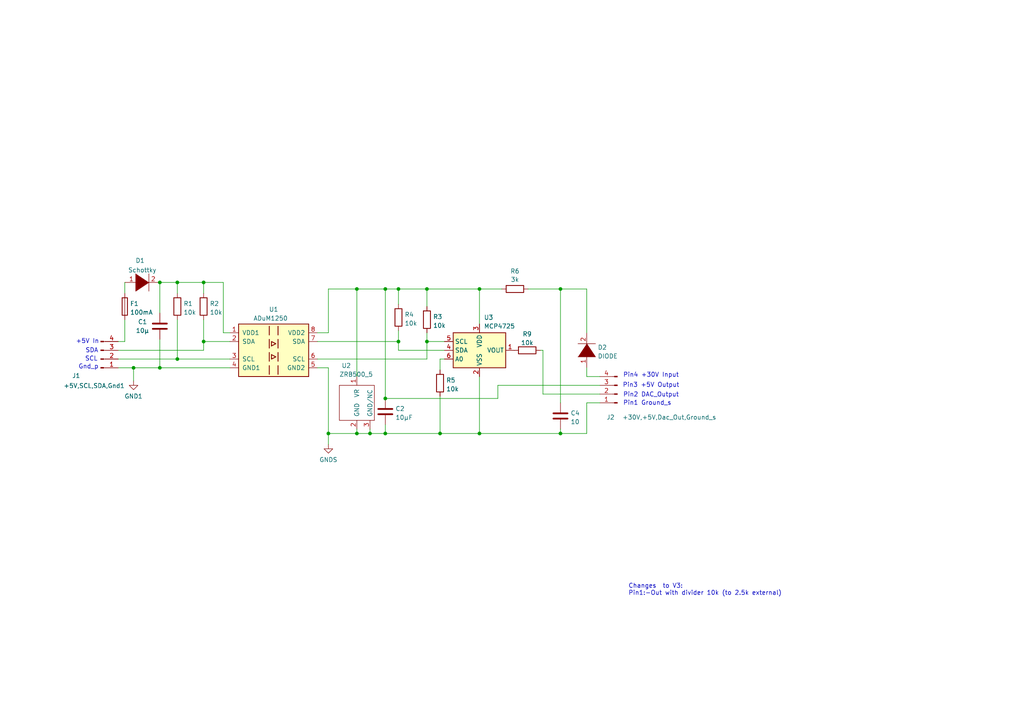
<source format=kicad_sch>
(kicad_sch (version 20230121) (generator eeschema)

  (uuid 6c2d679b-4a9f-4cce-a301-7f8a606e5441)

  (paper "A4")

  (lib_symbols
    (symbol "Analog_DAC:MCP4725xxx-xCH" (in_bom yes) (on_board yes)
      (property "Reference" "U" (at -6.35 6.35 0)
        (effects (font (size 1.27 1.27)))
      )
      (property "Value" "MCP4725xxx-xCH" (at 8.89 6.35 0)
        (effects (font (size 1.27 1.27)))
      )
      (property "Footprint" "Package_TO_SOT_SMD:SOT-23-6" (at 0 -6.35 0)
        (effects (font (size 1.27 1.27)) hide)
      )
      (property "Datasheet" "http://ww1.microchip.com/downloads/en/DeviceDoc/22039d.pdf" (at 0 0 0)
        (effects (font (size 1.27 1.27)) hide)
      )
      (property "ki_keywords" "dac twi" (at 0 0 0)
        (effects (font (size 1.27 1.27)) hide)
      )
      (property "ki_description" "12-bit Digital-to-Analog Converter, integrated EEPROM, I2C interface, SOT-23-6" (at 0 0 0)
        (effects (font (size 1.27 1.27)) hide)
      )
      (property "ki_fp_filters" "SOT?23*" (at 0 0 0)
        (effects (font (size 1.27 1.27)) hide)
      )
      (symbol "MCP4725xxx-xCH_0_1"
        (rectangle (start -7.62 5.08) (end 7.62 -5.08)
          (stroke (width 0.254) (type default))
          (fill (type background))
        )
      )
      (symbol "MCP4725xxx-xCH_1_1"
        (pin output line (at 10.16 0 180) (length 2.54)
          (name "VOUT" (effects (font (size 1.27 1.27))))
          (number "1" (effects (font (size 1.27 1.27))))
        )
        (pin power_in line (at 0 -7.62 90) (length 2.54)
          (name "VSS" (effects (font (size 1.27 1.27))))
          (number "2" (effects (font (size 1.27 1.27))))
        )
        (pin power_in line (at 0 7.62 270) (length 2.54)
          (name "VDD" (effects (font (size 1.27 1.27))))
          (number "3" (effects (font (size 1.27 1.27))))
        )
        (pin bidirectional line (at -10.16 0 0) (length 2.54)
          (name "SDA" (effects (font (size 1.27 1.27))))
          (number "4" (effects (font (size 1.27 1.27))))
        )
        (pin input line (at -10.16 2.54 0) (length 2.54)
          (name "SCL" (effects (font (size 1.27 1.27))))
          (number "5" (effects (font (size 1.27 1.27))))
        )
        (pin input line (at -10.16 -2.54 0) (length 2.54)
          (name "A0" (effects (font (size 1.27 1.27))))
          (number "6" (effects (font (size 1.27 1.27))))
        )
      )
    )
    (symbol "Connector:Conn_01x04_Male" (pin_names (offset 1.016) hide) (in_bom yes) (on_board yes)
      (property "Reference" "J" (at 0 5.08 0)
        (effects (font (size 1.27 1.27)))
      )
      (property "Value" "Conn_01x04_Male" (at 0 -7.62 0)
        (effects (font (size 1.27 1.27)))
      )
      (property "Footprint" "" (at 0 0 0)
        (effects (font (size 1.27 1.27)) hide)
      )
      (property "Datasheet" "~" (at 0 0 0)
        (effects (font (size 1.27 1.27)) hide)
      )
      (property "ki_keywords" "connector" (at 0 0 0)
        (effects (font (size 1.27 1.27)) hide)
      )
      (property "ki_description" "Generic connector, single row, 01x04, script generated (kicad-library-utils/schlib/autogen/connector/)" (at 0 0 0)
        (effects (font (size 1.27 1.27)) hide)
      )
      (property "ki_fp_filters" "Connector*:*_1x??_*" (at 0 0 0)
        (effects (font (size 1.27 1.27)) hide)
      )
      (symbol "Conn_01x04_Male_1_1"
        (polyline
          (pts
            (xy 1.27 -5.08)
            (xy 0.8636 -5.08)
          )
          (stroke (width 0.1524) (type default))
          (fill (type none))
        )
        (polyline
          (pts
            (xy 1.27 -2.54)
            (xy 0.8636 -2.54)
          )
          (stroke (width 0.1524) (type default))
          (fill (type none))
        )
        (polyline
          (pts
            (xy 1.27 0)
            (xy 0.8636 0)
          )
          (stroke (width 0.1524) (type default))
          (fill (type none))
        )
        (polyline
          (pts
            (xy 1.27 2.54)
            (xy 0.8636 2.54)
          )
          (stroke (width 0.1524) (type default))
          (fill (type none))
        )
        (rectangle (start 0.8636 -4.953) (end 0 -5.207)
          (stroke (width 0.1524) (type default))
          (fill (type outline))
        )
        (rectangle (start 0.8636 -2.413) (end 0 -2.667)
          (stroke (width 0.1524) (type default))
          (fill (type outline))
        )
        (rectangle (start 0.8636 0.127) (end 0 -0.127)
          (stroke (width 0.1524) (type default))
          (fill (type outline))
        )
        (rectangle (start 0.8636 2.667) (end 0 2.413)
          (stroke (width 0.1524) (type default))
          (fill (type outline))
        )
        (pin passive line (at 5.08 2.54 180) (length 3.81)
          (name "Pin_1" (effects (font (size 1.27 1.27))))
          (number "1" (effects (font (size 1.27 1.27))))
        )
        (pin passive line (at 5.08 0 180) (length 3.81)
          (name "Pin_2" (effects (font (size 1.27 1.27))))
          (number "2" (effects (font (size 1.27 1.27))))
        )
        (pin passive line (at 5.08 -2.54 180) (length 3.81)
          (name "Pin_3" (effects (font (size 1.27 1.27))))
          (number "3" (effects (font (size 1.27 1.27))))
        )
        (pin passive line (at 5.08 -5.08 180) (length 3.81)
          (name "Pin_4" (effects (font (size 1.27 1.27))))
          (number "4" (effects (font (size 1.27 1.27))))
        )
      )
    )
    (symbol "Device:C" (pin_numbers hide) (pin_names (offset 0.254)) (in_bom yes) (on_board yes)
      (property "Reference" "C" (at 0.635 2.54 0)
        (effects (font (size 1.27 1.27)) (justify left))
      )
      (property "Value" "C" (at 0.635 -2.54 0)
        (effects (font (size 1.27 1.27)) (justify left))
      )
      (property "Footprint" "" (at 0.9652 -3.81 0)
        (effects (font (size 1.27 1.27)) hide)
      )
      (property "Datasheet" "~" (at 0 0 0)
        (effects (font (size 1.27 1.27)) hide)
      )
      (property "ki_keywords" "cap capacitor" (at 0 0 0)
        (effects (font (size 1.27 1.27)) hide)
      )
      (property "ki_description" "Unpolarized capacitor" (at 0 0 0)
        (effects (font (size 1.27 1.27)) hide)
      )
      (property "ki_fp_filters" "C_*" (at 0 0 0)
        (effects (font (size 1.27 1.27)) hide)
      )
      (symbol "C_0_1"
        (polyline
          (pts
            (xy -2.032 -0.762)
            (xy 2.032 -0.762)
          )
          (stroke (width 0.508) (type default))
          (fill (type none))
        )
        (polyline
          (pts
            (xy -2.032 0.762)
            (xy 2.032 0.762)
          )
          (stroke (width 0.508) (type default))
          (fill (type none))
        )
      )
      (symbol "C_1_1"
        (pin passive line (at 0 3.81 270) (length 2.794)
          (name "~" (effects (font (size 1.27 1.27))))
          (number "1" (effects (font (size 1.27 1.27))))
        )
        (pin passive line (at 0 -3.81 90) (length 2.794)
          (name "~" (effects (font (size 1.27 1.27))))
          (number "2" (effects (font (size 1.27 1.27))))
        )
      )
    )
    (symbol "Device:Fuse" (pin_numbers hide) (pin_names (offset 0)) (in_bom yes) (on_board yes)
      (property "Reference" "F" (at 2.032 0 90)
        (effects (font (size 1.27 1.27)))
      )
      (property "Value" "Fuse" (at -1.905 0 90)
        (effects (font (size 1.27 1.27)))
      )
      (property "Footprint" "" (at -1.778 0 90)
        (effects (font (size 1.27 1.27)) hide)
      )
      (property "Datasheet" "~" (at 0 0 0)
        (effects (font (size 1.27 1.27)) hide)
      )
      (property "ki_keywords" "fuse" (at 0 0 0)
        (effects (font (size 1.27 1.27)) hide)
      )
      (property "ki_description" "Fuse" (at 0 0 0)
        (effects (font (size 1.27 1.27)) hide)
      )
      (property "ki_fp_filters" "*Fuse*" (at 0 0 0)
        (effects (font (size 1.27 1.27)) hide)
      )
      (symbol "Fuse_0_1"
        (rectangle (start -0.762 -2.54) (end 0.762 2.54)
          (stroke (width 0.254) (type default))
          (fill (type none))
        )
        (polyline
          (pts
            (xy 0 2.54)
            (xy 0 -2.54)
          )
          (stroke (width 0) (type default))
          (fill (type none))
        )
      )
      (symbol "Fuse_1_1"
        (pin passive line (at 0 3.81 270) (length 1.27)
          (name "~" (effects (font (size 1.27 1.27))))
          (number "1" (effects (font (size 1.27 1.27))))
        )
        (pin passive line (at 0 -3.81 90) (length 1.27)
          (name "~" (effects (font (size 1.27 1.27))))
          (number "2" (effects (font (size 1.27 1.27))))
        )
      )
    )
    (symbol "Device:R" (pin_numbers hide) (pin_names (offset 0)) (in_bom yes) (on_board yes)
      (property "Reference" "R" (at 2.032 0 90)
        (effects (font (size 1.27 1.27)))
      )
      (property "Value" "R" (at 0 0 90)
        (effects (font (size 1.27 1.27)))
      )
      (property "Footprint" "" (at -1.778 0 90)
        (effects (font (size 1.27 1.27)) hide)
      )
      (property "Datasheet" "~" (at 0 0 0)
        (effects (font (size 1.27 1.27)) hide)
      )
      (property "ki_keywords" "R res resistor" (at 0 0 0)
        (effects (font (size 1.27 1.27)) hide)
      )
      (property "ki_description" "Resistor" (at 0 0 0)
        (effects (font (size 1.27 1.27)) hide)
      )
      (property "ki_fp_filters" "R_*" (at 0 0 0)
        (effects (font (size 1.27 1.27)) hide)
      )
      (symbol "R_0_1"
        (rectangle (start -1.016 -2.54) (end 1.016 2.54)
          (stroke (width 0.254) (type default))
          (fill (type none))
        )
      )
      (symbol "R_1_1"
        (pin passive line (at 0 3.81 270) (length 1.27)
          (name "~" (effects (font (size 1.27 1.27))))
          (number "1" (effects (font (size 1.27 1.27))))
        )
        (pin passive line (at 0 -3.81 90) (length 1.27)
          (name "~" (effects (font (size 1.27 1.27))))
          (number "2" (effects (font (size 1.27 1.27))))
        )
      )
    )
    (symbol "I2C_ADUM_1-rescue:ZRB500_5-kalle" (pin_names (offset 1.016)) (in_bom yes) (on_board yes)
      (property "Reference" "U2" (at 3.175 0.635 0)
        (effects (font (size 1.27 1.27)) (justify left))
      )
      (property "Value" "ZRB500_5" (at 2.54 -1.905 0)
        (effects (font (size 1.27 1.27)) (justify left))
      )
      (property "Footprint" "Package_TO_SOT_SMD:SOT-23-3" (at 8.89 -25.4 0)
        (effects (font (size 1.27 1.27)) hide)
      )
      (property "Datasheet" "C:\\Users\\kalle\\Documents\\KiCad\\DataSheet\\ZRB500_5V.pdf" (at 0 1.27 0)
        (effects (font (size 1.27 1.27)) hide)
      )
      (symbol "ZRB500_5-kalle_0_1"
        (rectangle (start 2.54 -5.08) (end 12.7 -15.24)
          (stroke (width 0) (type default))
          (fill (type none))
        )
        (rectangle (start 12.7 -15.24) (end 12.7 -15.24)
          (stroke (width 0) (type default))
          (fill (type none))
        )
      )
      (symbol "ZRB500_5-kalle_1_1"
        (pin input line (at 7.62 -2.54 270) (length 2.54)
          (name "VR" (effects (font (size 1.27 1.27))))
          (number "1" (effects (font (size 1.27 1.27))))
        )
        (pin output line (at 7.62 -17.78 90) (length 2.54)
          (name "GND" (effects (font (size 1.27 1.27))))
          (number "2" (effects (font (size 1.27 1.27))))
        )
        (pin output line (at 11.43 -17.78 90) (length 2.54)
          (name "GND/NC" (effects (font (size 1.27 1.27))))
          (number "3" (effects (font (size 1.27 1.27))))
        )
      )
    )
    (symbol "Isolator:ADuM120N" (pin_names (offset 1.016)) (in_bom yes) (on_board yes)
      (property "Reference" "U1" (at 0 11.8618 0)
        (effects (font (size 1.27 1.27)))
      )
      (property "Value" "ADuM1250" (at -0.889 9.271 0)
        (effects (font (size 1.27 1.27)))
      )
      (property "Footprint" "Package_SO:SOIC-8_3.9x4.9mm_P1.27mm" (at 0 -10.16 0)
        (effects (font (size 1.27 1.27) italic) hide)
      )
      (property "Datasheet" "https://www.analog.com/media/en/technical-documentation/data-sheets/ADuM120N_121N.pdf" (at -11.43 10.16 0)
        (effects (font (size 1.27 1.27)) hide)
      )
      (property "ki_keywords" "Dual-channel digital isolator" (at 0 0 0)
        (effects (font (size 1.27 1.27)) hide)
      )
      (property "ki_description" "Dual-channel digital isolator,1.8 to 5V, 150Mbs, 3kV" (at 0 0 0)
        (effects (font (size 1.27 1.27)) hide)
      )
      (property "ki_fp_filters" "SOIC*3.9x4.9mm*P1.27mm*" (at 0 0 0)
        (effects (font (size 1.27 1.27)) hide)
      )
      (symbol "ADuM120N_0_1"
        (rectangle (start -10.16 7.62) (end 10.16 -7.62)
          (stroke (width 0.254) (type default))
          (fill (type background))
        )
        (polyline
          (pts
            (xy -1.27 -4.445)
            (xy -1.27 -6.985)
          )
          (stroke (width 0.254) (type default))
          (fill (type none))
        )
        (polyline
          (pts
            (xy -1.27 -0.635)
            (xy -1.27 -3.175)
          )
          (stroke (width 0.254) (type default))
          (fill (type none))
        )
        (polyline
          (pts
            (xy -1.27 3.175)
            (xy -1.27 0.635)
          )
          (stroke (width 0.254) (type default))
          (fill (type none))
        )
        (polyline
          (pts
            (xy -1.27 6.985)
            (xy -1.27 4.445)
          )
          (stroke (width 0.254) (type default))
          (fill (type none))
        )
        (polyline
          (pts
            (xy 1.27 -4.445)
            (xy 1.27 -6.985)
          )
          (stroke (width 0.254) (type default))
          (fill (type none))
        )
        (polyline
          (pts
            (xy 1.27 -0.635)
            (xy 1.27 -3.175)
          )
          (stroke (width 0.254) (type default))
          (fill (type none))
        )
        (polyline
          (pts
            (xy 1.27 3.175)
            (xy 1.27 0.635)
          )
          (stroke (width 0.254) (type default))
          (fill (type none))
        )
        (polyline
          (pts
            (xy 1.27 6.985)
            (xy 1.27 4.445)
          )
          (stroke (width 0.254) (type default))
          (fill (type none))
        )
        (polyline
          (pts
            (xy -0.635 -1.27)
            (xy -0.635 -2.54)
            (xy 0.635 -1.905)
            (xy -0.635 -1.27)
          )
          (stroke (width 0.254) (type default))
          (fill (type none))
        )
        (polyline
          (pts
            (xy -0.635 1.27)
            (xy 0.635 1.905)
            (xy -0.635 2.54)
            (xy -0.635 1.27)
          )
          (stroke (width 0.254) (type default))
          (fill (type none))
        )
      )
      (symbol "ADuM120N_1_1"
        (pin power_in line (at -12.7 5.08 0) (length 2.54)
          (name "VDD1" (effects (font (size 1.27 1.27))))
          (number "1" (effects (font (size 1.27 1.27))))
        )
        (pin input line (at -12.7 2.54 0) (length 2.54)
          (name "SDA" (effects (font (size 1.27 1.27))))
          (number "2" (effects (font (size 1.27 1.27))))
        )
        (pin input line (at -12.7 -2.54 0) (length 2.54)
          (name "SCL" (effects (font (size 1.27 1.27))))
          (number "3" (effects (font (size 1.27 1.27))))
        )
        (pin power_in line (at -12.7 -5.08 0) (length 2.54)
          (name "GND1" (effects (font (size 1.27 1.27))))
          (number "4" (effects (font (size 1.27 1.27))))
        )
        (pin power_in line (at 12.7 -5.08 180) (length 2.54)
          (name "GND2" (effects (font (size 1.27 1.27))))
          (number "5" (effects (font (size 1.27 1.27))))
        )
        (pin output line (at 12.7 -2.54 180) (length 2.54)
          (name "SCL" (effects (font (size 1.27 1.27))))
          (number "6" (effects (font (size 1.27 1.27))))
        )
        (pin output line (at 12.7 2.54 180) (length 2.54)
          (name "SDA" (effects (font (size 1.27 1.27))))
          (number "7" (effects (font (size 1.27 1.27))))
        )
        (pin power_in line (at 12.7 5.08 180) (length 2.54)
          (name "VDD2" (effects (font (size 1.27 1.27))))
          (number "8" (effects (font (size 1.27 1.27))))
        )
      )
    )
    (symbol "power:GND1" (power) (pin_names (offset 0)) (in_bom yes) (on_board yes)
      (property "Reference" "#PWR" (at 0 -6.35 0)
        (effects (font (size 1.27 1.27)) hide)
      )
      (property "Value" "GND1" (at 0 -3.81 0)
        (effects (font (size 1.27 1.27)))
      )
      (property "Footprint" "" (at 0 0 0)
        (effects (font (size 1.27 1.27)) hide)
      )
      (property "Datasheet" "" (at 0 0 0)
        (effects (font (size 1.27 1.27)) hide)
      )
      (property "ki_keywords" "global power" (at 0 0 0)
        (effects (font (size 1.27 1.27)) hide)
      )
      (property "ki_description" "Power symbol creates a global label with name \"GND1\" , ground" (at 0 0 0)
        (effects (font (size 1.27 1.27)) hide)
      )
      (symbol "GND1_0_1"
        (polyline
          (pts
            (xy 0 0)
            (xy 0 -1.27)
            (xy 1.27 -1.27)
            (xy 0 -2.54)
            (xy -1.27 -1.27)
            (xy 0 -1.27)
          )
          (stroke (width 0) (type default))
          (fill (type none))
        )
      )
      (symbol "GND1_1_1"
        (pin power_in line (at 0 0 270) (length 0) hide
          (name "GND1" (effects (font (size 1.27 1.27))))
          (number "1" (effects (font (size 1.27 1.27))))
        )
      )
    )
    (symbol "power:GNDS" (power) (pin_names (offset 0)) (in_bom yes) (on_board yes)
      (property "Reference" "#PWR" (at 0 -6.35 0)
        (effects (font (size 1.27 1.27)) hide)
      )
      (property "Value" "GNDS" (at 0 -3.81 0)
        (effects (font (size 1.27 1.27)))
      )
      (property "Footprint" "" (at 0 0 0)
        (effects (font (size 1.27 1.27)) hide)
      )
      (property "Datasheet" "" (at 0 0 0)
        (effects (font (size 1.27 1.27)) hide)
      )
      (property "ki_keywords" "global power" (at 0 0 0)
        (effects (font (size 1.27 1.27)) hide)
      )
      (property "ki_description" "Power symbol creates a global label with name \"GNDS\" , signal ground" (at 0 0 0)
        (effects (font (size 1.27 1.27)) hide)
      )
      (symbol "GNDS_0_1"
        (polyline
          (pts
            (xy 0 0)
            (xy 0 -1.27)
            (xy 1.27 -1.27)
            (xy 0 -2.54)
            (xy -1.27 -1.27)
            (xy 0 -1.27)
          )
          (stroke (width 0) (type default))
          (fill (type none))
        )
      )
      (symbol "GNDS_1_1"
        (pin power_in line (at 0 0 270) (length 0) hide
          (name "GNDS" (effects (font (size 1.27 1.27))))
          (number "1" (effects (font (size 1.27 1.27))))
        )
      )
    )
    (symbol "pspice:DIODE" (pin_names (offset 1.016) hide) (in_bom yes) (on_board yes)
      (property "Reference" "D" (at 0 3.81 0)
        (effects (font (size 1.27 1.27)))
      )
      (property "Value" "DIODE" (at 0 -4.445 0)
        (effects (font (size 1.27 1.27)))
      )
      (property "Footprint" "" (at 0 0 0)
        (effects (font (size 1.27 1.27)) hide)
      )
      (property "Datasheet" "~" (at 0 0 0)
        (effects (font (size 1.27 1.27)) hide)
      )
      (property "ki_keywords" "simulation" (at 0 0 0)
        (effects (font (size 1.27 1.27)) hide)
      )
      (property "ki_description" "Diode symbol for simulation only. Pin order incompatible with official kicad footprints" (at 0 0 0)
        (effects (font (size 1.27 1.27)) hide)
      )
      (symbol "DIODE_0_1"
        (polyline
          (pts
            (xy 1.905 2.54)
            (xy 1.905 -2.54)
          )
          (stroke (width 0) (type default))
          (fill (type none))
        )
        (polyline
          (pts
            (xy -1.905 2.54)
            (xy -1.905 -2.54)
            (xy 1.905 0)
          )
          (stroke (width 0) (type default))
          (fill (type outline))
        )
      )
      (symbol "DIODE_1_1"
        (pin input line (at -5.08 0 0) (length 3.81)
          (name "K" (effects (font (size 1.27 1.27))))
          (number "1" (effects (font (size 1.27 1.27))))
        )
        (pin input line (at 5.08 0 180) (length 3.81)
          (name "A" (effects (font (size 1.27 1.27))))
          (number "2" (effects (font (size 1.27 1.27))))
        )
      )
    )
  )

  (junction (at 162.56 83.82) (diameter 0) (color 0 0 0 0)
    (uuid 03725151-e4b9-4006-bc5c-7dfa56c0e188)
  )
  (junction (at 95.25 125.73) (diameter 0) (color 0 0 0 0)
    (uuid 0f55925a-4aea-402a-ad95-3beba76fc700)
  )
  (junction (at 38.735 106.68) (diameter 0) (color 0 0 0 0)
    (uuid 107d93aa-d75f-47d0-9a7d-524795a3f87e)
  )
  (junction (at 127.635 125.73) (diameter 0) (color 0 0 0 0)
    (uuid 18bee2f2-7b7d-4788-bf1a-b3a00ba0c134)
  )
  (junction (at 111.76 115.57) (diameter 0) (color 0 0 0 0)
    (uuid 1e9d2afa-ff02-4fa3-a29a-65e370a499e8)
  )
  (junction (at 51.435 81.915) (diameter 0) (color 0 0 0 0)
    (uuid 2a896d2c-4134-4629-969a-8ba218a544e7)
  )
  (junction (at 139.065 125.73) (diameter 0) (color 0 0 0 0)
    (uuid 33aba918-ae60-4346-9283-7b0bc91a172a)
  )
  (junction (at 123.825 99.06) (diameter 0) (color 0 0 0 0)
    (uuid 3c7947ee-2a5d-4d71-ad61-0be422a1108f)
  )
  (junction (at 162.56 125.73) (diameter 0) (color 0 0 0 0)
    (uuid 3f1d6cfc-9b2a-451a-b6c1-af9d27f7d24d)
  )
  (junction (at 123.825 83.82) (diameter 0) (color 0 0 0 0)
    (uuid 4dd5ddd6-6706-433b-a0ce-ed9df74d4bde)
  )
  (junction (at 111.76 125.73) (diameter 0) (color 0 0 0 0)
    (uuid 6285e1ec-11dd-41a1-aeee-5d69d8595cfd)
  )
  (junction (at 51.435 104.14) (diameter 0) (color 0 0 0 0)
    (uuid 71640518-bae2-4b49-bc48-fd713c4b46cc)
  )
  (junction (at 115.57 99.06) (diameter 0) (color 0 0 0 0)
    (uuid 7f225df3-0708-42a8-9a94-f5a57ecfba49)
  )
  (junction (at 59.055 99.06) (diameter 0) (color 0 0 0 0)
    (uuid 82d0d7b6-615b-4e43-8315-8eece247c779)
  )
  (junction (at 46.355 81.915) (diameter 0) (color 0 0 0 0)
    (uuid 8630d31e-90c1-42af-ad02-8dc56af80938)
  )
  (junction (at 46.355 106.68) (diameter 0) (color 0 0 0 0)
    (uuid a140afad-1062-449a-aa5c-9f806004ff44)
  )
  (junction (at 103.505 125.73) (diameter 0) (color 0 0 0 0)
    (uuid b0fcb80e-c87e-407b-bae9-e1da10bfa59b)
  )
  (junction (at 115.57 83.82) (diameter 0) (color 0 0 0 0)
    (uuid b8a0ade3-bf34-4766-958d-7cd507dcad2f)
  )
  (junction (at 139.065 83.82) (diameter 0) (color 0 0 0 0)
    (uuid c063840b-555b-4b60-a8c7-c4902cc50792)
  )
  (junction (at 111.76 83.82) (diameter 0) (color 0 0 0 0)
    (uuid d498810d-e9f9-4fc4-96e3-cfd146d25f77)
  )
  (junction (at 59.055 81.915) (diameter 0) (color 0 0 0 0)
    (uuid d7205293-41b7-42a7-9220-9ddab4c9b2b0)
  )
  (junction (at 107.315 125.73) (diameter 0) (color 0 0 0 0)
    (uuid d8e2d08a-eb35-4c6f-a0dc-6681ca30c674)
  )
  (junction (at 103.505 83.82) (diameter 0) (color 0 0 0 0)
    (uuid db784abc-29a7-4b6a-aa75-b00af6c22c02)
  )

  (wire (pts (xy 157.48 101.6) (xy 156.718 101.6))
    (stroke (width 0) (type default))
    (uuid 0326292b-4b9f-4388-ad2c-57ec87206763)
  )
  (wire (pts (xy 38.735 110.49) (xy 38.735 106.68))
    (stroke (width 0) (type default))
    (uuid 061ce88d-6749-41b9-b3df-53516a789d95)
  )
  (wire (pts (xy 170.18 96.52) (xy 170.18 83.82))
    (stroke (width 0) (type default))
    (uuid 0995f1a1-0e9b-4219-9fbb-a06b638fd3d9)
  )
  (wire (pts (xy 170.18 116.84) (xy 173.99 116.84))
    (stroke (width 0) (type default))
    (uuid 0c37d35a-185e-418d-950f-6c296d539492)
  )
  (wire (pts (xy 59.055 92.71) (xy 59.055 99.06))
    (stroke (width 0) (type default))
    (uuid 0e240ffe-9505-45ad-b903-ba3c1aba437f)
  )
  (wire (pts (xy 123.825 104.14) (xy 123.825 99.06))
    (stroke (width 0) (type default))
    (uuid 107a3486-a957-4a2e-b08c-77bad1b0f936)
  )
  (wire (pts (xy 95.25 106.68) (xy 95.25 125.73))
    (stroke (width 0) (type default))
    (uuid 13b0c5ee-dc5f-40b1-94ff-fe68a61baaea)
  )
  (wire (pts (xy 115.57 83.82) (xy 123.825 83.82))
    (stroke (width 0) (type default))
    (uuid 14da05ff-d369-4fa4-af94-3bc881d415eb)
  )
  (wire (pts (xy 115.57 99.06) (xy 115.57 101.6))
    (stroke (width 0) (type default))
    (uuid 19e24722-0fb8-4c84-9e9c-35974fa4b106)
  )
  (wire (pts (xy 145.542 83.82) (xy 139.065 83.82))
    (stroke (width 0) (type default))
    (uuid 1ef58394-25f3-4a2c-89be-f1568508fd99)
  )
  (wire (pts (xy 64.77 96.52) (xy 66.675 96.52))
    (stroke (width 0) (type default))
    (uuid 219a286c-634b-49c5-9a81-7ead67622540)
  )
  (wire (pts (xy 36.195 81.915) (xy 36.195 85.09))
    (stroke (width 0) (type default))
    (uuid 219be19f-a2fe-4743-8f48-27e97c0646e5)
  )
  (wire (pts (xy 64.77 81.915) (xy 64.77 96.52))
    (stroke (width 0) (type default))
    (uuid 21a39d0f-25ff-4a48-8311-d04713543222)
  )
  (wire (pts (xy 111.76 83.82) (xy 115.57 83.82))
    (stroke (width 0) (type default))
    (uuid 2c66b8f8-6749-4f3b-9b8e-6fa65f473f35)
  )
  (wire (pts (xy 170.18 109.22) (xy 173.99 109.22))
    (stroke (width 0) (type default))
    (uuid 2c7e30ed-8cd8-4a05-9f93-580d3f918add)
  )
  (wire (pts (xy 162.56 83.82) (xy 170.18 83.82))
    (stroke (width 0) (type default))
    (uuid 2caeee17-1637-41cc-8391-f6ef9e5d2797)
  )
  (wire (pts (xy 115.57 95.885) (xy 115.57 99.06))
    (stroke (width 0) (type default))
    (uuid 2dfb60b1-1381-4750-bcac-f8852c84c2fd)
  )
  (wire (pts (xy 123.825 99.06) (xy 128.905 99.06))
    (stroke (width 0) (type default))
    (uuid 2e60b8da-b667-4e56-9c36-0d9ebc586039)
  )
  (wire (pts (xy 157.48 101.6) (xy 157.48 114.3))
    (stroke (width 0) (type default))
    (uuid 30b5cfdb-0cf0-4bd4-b0a1-af8aacf72c06)
  )
  (wire (pts (xy 34.29 104.14) (xy 51.435 104.14))
    (stroke (width 0) (type default))
    (uuid 3101ff60-a8ea-4390-bc35-a5a6e57da932)
  )
  (wire (pts (xy 170.18 125.73) (xy 170.18 116.84))
    (stroke (width 0) (type default))
    (uuid 32601648-b568-4a53-ac9a-57e3b21c9340)
  )
  (wire (pts (xy 103.505 83.82) (xy 111.76 83.82))
    (stroke (width 0) (type default))
    (uuid 36e08ac8-0809-4d44-a069-e3e0121c6bdf)
  )
  (wire (pts (xy 162.56 125.73) (xy 170.18 125.73))
    (stroke (width 0) (type default))
    (uuid 3a3c49ea-2736-4d9e-b0a9-6beeb2004e67)
  )
  (wire (pts (xy 153.162 83.82) (xy 162.56 83.82))
    (stroke (width 0) (type default))
    (uuid 3ad0e22e-2da4-42df-8882-4b52577cc4ce)
  )
  (wire (pts (xy 139.065 125.73) (xy 162.56 125.73))
    (stroke (width 0) (type default))
    (uuid 3b7c7f54-da7c-48f1-87ff-86583b1565f2)
  )
  (wire (pts (xy 157.48 114.3) (xy 173.99 114.3))
    (stroke (width 0) (type default))
    (uuid 3c6ec1a2-166e-48ab-8573-07cde3bc2393)
  )
  (wire (pts (xy 92.075 104.14) (xy 123.825 104.14))
    (stroke (width 0) (type default))
    (uuid 4013f9f1-ad78-44af-a3b6-fa956c020d71)
  )
  (wire (pts (xy 123.825 99.06) (xy 123.825 96.52))
    (stroke (width 0) (type default))
    (uuid 40307798-4914-4d97-a523-6bd53a0e9d4a)
  )
  (wire (pts (xy 127.635 104.14) (xy 127.635 107.315))
    (stroke (width 0) (type default))
    (uuid 492f6b2f-9eec-45c8-8772-7bd9e1f9802d)
  )
  (wire (pts (xy 170.18 106.68) (xy 170.18 109.22))
    (stroke (width 0) (type default))
    (uuid 4aafe9e5-045c-4983-be98-93d1193f318b)
  )
  (wire (pts (xy 107.315 125.73) (xy 107.315 124.46))
    (stroke (width 0) (type default))
    (uuid 4c54c525-6a2e-4bfd-81ca-19c33894b67e)
  )
  (wire (pts (xy 144.399 111.76) (xy 173.99 111.76))
    (stroke (width 0) (type default))
    (uuid 4d4bad4e-55f6-4d7c-88ae-f44886280f29)
  )
  (wire (pts (xy 111.76 115.57) (xy 144.399 115.57))
    (stroke (width 0) (type default))
    (uuid 5b14c4e0-7a05-48f0-8e99-d29e16d7c45a)
  )
  (wire (pts (xy 95.25 128.905) (xy 95.25 125.73))
    (stroke (width 0) (type default))
    (uuid 6276283a-010c-41cd-93b9-af04ffaca405)
  )
  (wire (pts (xy 111.76 123.19) (xy 111.76 125.73))
    (stroke (width 0) (type default))
    (uuid 7029d62b-8fc7-4a65-98ed-ca3e47f97419)
  )
  (wire (pts (xy 139.065 125.73) (xy 139.065 109.22))
    (stroke (width 0) (type default))
    (uuid 72c31792-1f29-4b7c-bbf1-fcec9bd69d89)
  )
  (wire (pts (xy 34.29 101.6) (xy 59.055 101.6))
    (stroke (width 0) (type default))
    (uuid 73f9dedc-7bc0-445e-ac29-0e467a6971b4)
  )
  (wire (pts (xy 51.435 85.09) (xy 51.435 81.915))
    (stroke (width 0) (type default))
    (uuid 7fefbcf9-832c-4f81-8cff-fbe55e20e9bd)
  )
  (wire (pts (xy 128.905 104.14) (xy 127.635 104.14))
    (stroke (width 0) (type default))
    (uuid 819c6829-0a4d-4c92-8279-1f67d8db3a35)
  )
  (wire (pts (xy 51.435 92.71) (xy 51.435 104.14))
    (stroke (width 0) (type default))
    (uuid 8605d99b-b76b-4c0c-9b7a-772ef592f4a4)
  )
  (wire (pts (xy 107.315 125.73) (xy 111.76 125.73))
    (stroke (width 0) (type default))
    (uuid 8718d60d-1166-47af-9259-64750f797c77)
  )
  (wire (pts (xy 139.065 83.82) (xy 139.065 93.98))
    (stroke (width 0) (type default))
    (uuid 87a697f1-198f-4457-89a3-86c5770a52f1)
  )
  (wire (pts (xy 38.735 106.68) (xy 46.355 106.68))
    (stroke (width 0) (type default))
    (uuid 87bac605-38ab-4dcd-b648-678482a8256d)
  )
  (wire (pts (xy 115.57 83.82) (xy 115.57 88.265))
    (stroke (width 0) (type default))
    (uuid 8e6803b0-ccc4-4572-8f8c-80845703bad3)
  )
  (wire (pts (xy 51.435 104.14) (xy 66.675 104.14))
    (stroke (width 0) (type default))
    (uuid 92ab2ef7-5e5c-4baa-8600-d96467984438)
  )
  (wire (pts (xy 59.055 99.06) (xy 66.675 99.06))
    (stroke (width 0) (type default))
    (uuid 93d49890-3cc8-4616-9efe-cff0dfe3996d)
  )
  (wire (pts (xy 111.76 125.73) (xy 127.635 125.73))
    (stroke (width 0) (type default))
    (uuid 93dd3db1-657e-45ea-98a6-e37216c7e8c1)
  )
  (wire (pts (xy 36.195 92.71) (xy 36.195 99.06))
    (stroke (width 0) (type default))
    (uuid 9c2d24f1-0772-40c9-9c9d-3b613d799b22)
  )
  (wire (pts (xy 59.055 81.915) (xy 64.77 81.915))
    (stroke (width 0) (type default))
    (uuid a03b46e0-4f11-4f20-8444-977b121ce7c0)
  )
  (wire (pts (xy 127.635 114.935) (xy 127.635 125.73))
    (stroke (width 0) (type default))
    (uuid a13e5f2a-27d9-4571-9b91-a0839cd93605)
  )
  (wire (pts (xy 149.098 101.6) (xy 149.225 101.6))
    (stroke (width 0) (type default))
    (uuid a47977ee-04cb-4ec2-97c1-3fd8e136f589)
  )
  (wire (pts (xy 162.56 83.82) (xy 162.56 116.84))
    (stroke (width 0) (type default))
    (uuid a7160a41-c2cc-40e6-a907-050b5e9ffb2b)
  )
  (wire (pts (xy 144.399 111.76) (xy 144.399 115.57))
    (stroke (width 0) (type default))
    (uuid a71c20b1-5405-4c3d-9c19-e1bea429ae47)
  )
  (wire (pts (xy 46.355 106.68) (xy 66.675 106.68))
    (stroke (width 0) (type default))
    (uuid accf5fe9-454d-41f2-ab8f-03577ea444f6)
  )
  (wire (pts (xy 59.055 81.915) (xy 59.055 85.09))
    (stroke (width 0) (type default))
    (uuid af7008f7-c8ce-4b4d-8347-8adf616435e9)
  )
  (wire (pts (xy 46.355 98.425) (xy 46.355 106.68))
    (stroke (width 0) (type default))
    (uuid b1059c75-75a3-4792-9a40-bf7b5a8363ff)
  )
  (wire (pts (xy 95.25 125.73) (xy 103.505 125.73))
    (stroke (width 0) (type default))
    (uuid b98931c3-1b4c-456d-b6f9-b1352cfd3b2f)
  )
  (wire (pts (xy 46.355 81.915) (xy 51.435 81.915))
    (stroke (width 0) (type default))
    (uuid b99f653e-7fec-4c46-a7f7-cb1fe18f402a)
  )
  (wire (pts (xy 123.825 83.82) (xy 123.825 88.9))
    (stroke (width 0) (type default))
    (uuid c6f70f58-bd8e-4c7e-9a75-99e993314daa)
  )
  (wire (pts (xy 92.075 96.52) (xy 95.25 96.52))
    (stroke (width 0) (type default))
    (uuid ca604afe-b5f8-4f0d-8dda-ef4839637047)
  )
  (wire (pts (xy 92.075 106.68) (xy 95.25 106.68))
    (stroke (width 0) (type default))
    (uuid cfcc25d3-c095-43b5-a12d-1d70831d9fc2)
  )
  (wire (pts (xy 34.29 99.06) (xy 36.195 99.06))
    (stroke (width 0) (type default))
    (uuid d01601fa-481c-4e5a-aa74-1490d2d8a83e)
  )
  (wire (pts (xy 162.56 124.46) (xy 162.56 125.73))
    (stroke (width 0) (type default))
    (uuid d513fd50-552a-4bf0-9887-0cc694a4695c)
  )
  (wire (pts (xy 103.505 83.82) (xy 103.505 109.22))
    (stroke (width 0) (type default))
    (uuid d58fd6ee-31f0-4ff2-94d2-370d281155c5)
  )
  (wire (pts (xy 51.435 81.915) (xy 59.055 81.915))
    (stroke (width 0) (type default))
    (uuid d6c1ecf5-4e94-47af-bc81-eb5f99ef4ca8)
  )
  (wire (pts (xy 111.633 115.57) (xy 111.76 115.57))
    (stroke (width 0) (type default))
    (uuid d78442ba-faec-4164-bd15-dd30a1ca7255)
  )
  (wire (pts (xy 103.505 125.73) (xy 107.315 125.73))
    (stroke (width 0) (type default))
    (uuid dbcd7e1e-78eb-4d81-825f-981377c18f85)
  )
  (wire (pts (xy 92.075 99.06) (xy 115.57 99.06))
    (stroke (width 0) (type default))
    (uuid ea5c331d-2aef-4977-a31a-32eac40c7e65)
  )
  (wire (pts (xy 95.25 83.82) (xy 103.505 83.82))
    (stroke (width 0) (type default))
    (uuid eb4b70fc-a4ff-4e14-ab4c-0a940b10dd4b)
  )
  (wire (pts (xy 127.635 125.73) (xy 139.065 125.73))
    (stroke (width 0) (type default))
    (uuid eb879536-beba-4b6b-a06a-b6c0f4a92d28)
  )
  (wire (pts (xy 46.355 81.915) (xy 46.355 90.805))
    (stroke (width 0) (type default))
    (uuid ec025939-70ac-488e-a60e-f315cffdd28a)
  )
  (wire (pts (xy 123.825 83.82) (xy 139.065 83.82))
    (stroke (width 0) (type default))
    (uuid ef3a5764-3b6b-4a6a-9261-0b605a23a230)
  )
  (wire (pts (xy 111.76 83.82) (xy 111.76 115.57))
    (stroke (width 0) (type default))
    (uuid f664de33-750b-42b6-a5b3-56b54efb5c0f)
  )
  (wire (pts (xy 103.505 124.46) (xy 103.505 125.73))
    (stroke (width 0) (type default))
    (uuid f6ebbe3e-8c15-4180-91c9-d3c89b8d9ea9)
  )
  (wire (pts (xy 115.57 101.6) (xy 128.905 101.6))
    (stroke (width 0) (type default))
    (uuid fbd3a329-d990-4e3d-b121-8a515971fb3d)
  )
  (wire (pts (xy 59.055 99.06) (xy 59.055 101.6))
    (stroke (width 0) (type default))
    (uuid fe53a57b-387f-4a65-804d-080c0558a190)
  )
  (wire (pts (xy 34.29 106.68) (xy 38.735 106.68))
    (stroke (width 0) (type default))
    (uuid fed2a252-d077-46e3-9140-b2b15a1c3b22)
  )
  (wire (pts (xy 95.25 96.52) (xy 95.25 83.82))
    (stroke (width 0) (type default))
    (uuid ffbde2eb-79dd-42e9-849b-9bed7e048f80)
  )

  (text "Pin2 DAC_Output" (at 180.721 115.316 0)
    (effects (font (size 1.27 1.27)) (justify left bottom))
    (uuid 015cc3ea-b802-4a2f-8a81-76dc383209a4)
  )
  (text "Changes  to V3:\nPin1:-Out with divider 10k (to 2.5k external)"
    (at 182.245 172.847 0)
    (effects (font (size 1.27 1.27)) (justify left bottom))
    (uuid 12ee2fa1-8cdb-4bd0-a4c7-6e90b554a718)
  )
  (text "+5V In" (at 21.971 99.822 0)
    (effects (font (size 1.27 1.27)) (justify left bottom))
    (uuid 33db91b9-5acd-4159-9907-de52226cccb2)
  )
  (text "Pin3 +5V Output" (at 180.594 112.522 0)
    (effects (font (size 1.27 1.27)) (justify left bottom))
    (uuid 597e573a-c5fb-4cb6-ac45-e2b5ffe8ecc4)
  )
  (text "Gnd_p" (at 22.733 107.188 0)
    (effects (font (size 1.27 1.27)) (justify left bottom))
    (uuid 71bdde45-b81f-4e34-80ec-8bd37f4e206b)
  )
  (text "SDA" (at 24.765 102.489 0)
    (effects (font (size 1.27 1.27)) (justify left bottom))
    (uuid 8ecefb2b-96cb-4f2d-95cb-4dbfe5570c5d)
  )
  (text "Pin1 Ground_s" (at 180.721 117.729 0)
    (effects (font (size 1.27 1.27)) (justify left bottom))
    (uuid d25998f5-7b38-4557-a3a8-4b3fc03beb3a)
  )
  (text "SCL" (at 24.638 104.902 0)
    (effects (font (size 1.27 1.27)) (justify left bottom))
    (uuid dee2319e-13d8-40f4-ae0f-f1193b2b42fb)
  )
  (text "Pin4 +30V Input" (at 180.721 109.601 0)
    (effects (font (size 1.27 1.27)) (justify left bottom))
    (uuid fb941427-6729-49f5-bbc6-ee22b16cc8cc)
  )

  (symbol (lib_id "I2C_ADUM_1-rescue:ZRB500_5-kalle") (at 95.885 106.68 0) (unit 1)
    (in_bom yes) (on_board yes) (dnp no)
    (uuid 00000000-0000-0000-0000-000063bce193)
    (property "Reference" "U2" (at 99.06 106.045 0)
      (effects (font (size 1.27 1.27)) (justify left))
    )
    (property "Value" "ZRB500_5" (at 98.425 108.585 0)
      (effects (font (size 1.27 1.27)) (justify left))
    )
    (property "Footprint" "Package_TO_SOT_SMD:SOT-23-3" (at 104.775 132.08 0)
      (effects (font (size 1.27 1.27)) hide)
    )
    (property "Datasheet" "C:\\Users\\kalle\\Documents\\KiCad\\DataSheet\\ZRB500_5V.pdf" (at 95.885 105.41 0)
      (effects (font (size 1.27 1.27)) hide)
    )
    (pin "1" (uuid b18456e9-5c1f-47ae-83dc-1537fab5ad17))
    (pin "2" (uuid 84e43977-4b58-47b3-933b-e8efced6b6d3))
    (pin "3" (uuid 0ce2c22c-21da-4769-ad88-49390b9df777))
    (instances
      (project "IC2_Adum_MCP4725_n"
        (path "/6c2d679b-4a9f-4cce-a301-7f8a606e5441"
          (reference "U2") (unit 1)
        )
      )
    )
  )

  (symbol (lib_id "Isolator:ADuM120N") (at 79.375 101.6 0) (unit 1)
    (in_bom yes) (on_board yes) (dnp no)
    (uuid 00000000-0000-0000-0000-000063bce914)
    (property "Reference" "U1" (at 79.375 89.7382 0)
      (effects (font (size 1.27 1.27)))
    )
    (property "Value" "ADuM1250" (at 78.486 92.329 0)
      (effects (font (size 1.27 1.27)))
    )
    (property "Footprint" "Package_SO:SOIC-8_3.9x4.9mm_P1.27mm" (at 79.375 111.76 0)
      (effects (font (size 1.27 1.27) italic) hide)
    )
    (property "Datasheet" "https://www.analog.com/media/en/technical-documentation/data-sheets/ADuM120N_121N.pdf" (at 67.945 91.44 0)
      (effects (font (size 1.27 1.27)) hide)
    )
    (pin "1" (uuid be81e5d9-ef8c-4fad-94c4-0be38783a973))
    (pin "2" (uuid 99f56dd0-18e5-418b-9480-0d8783a8801b))
    (pin "3" (uuid e06de6db-4618-460f-ba8e-ffd5047fb741))
    (pin "4" (uuid 6b3a507a-7681-48f4-9e0c-1aeec8e9d535))
    (pin "5" (uuid e73318d8-fab7-4eda-aebe-2ddda0a8eb04))
    (pin "6" (uuid 0b6ec190-73b6-4914-8779-49ccf42ec9c3))
    (pin "7" (uuid 571ace1f-d351-46e6-837c-5dccdb119876))
    (pin "8" (uuid d5cdc74a-0a46-4e72-b031-909038b65a9c))
    (instances
      (project "IC2_Adum_MCP4725_n"
        (path "/6c2d679b-4a9f-4cce-a301-7f8a606e5441"
          (reference "U1") (unit 1)
        )
      )
    )
  )

  (symbol (lib_id "Analog_DAC:MCP4725xxx-xCH") (at 139.065 101.6 0) (unit 1)
    (in_bom yes) (on_board yes) (dnp no)
    (uuid 00000000-0000-0000-0000-000063bcfb92)
    (property "Reference" "U3" (at 140.335 92.075 0)
      (effects (font (size 1.27 1.27)) (justify left))
    )
    (property "Value" "MCP4725" (at 140.335 94.615 0)
      (effects (font (size 1.27 1.27)) (justify left))
    )
    (property "Footprint" "Package_TO_SOT_SMD:SOT-23-6" (at 139.065 107.95 0)
      (effects (font (size 1.27 1.27)) hide)
    )
    (property "Datasheet" "http://ww1.microchip.com/downloads/en/DeviceDoc/22039d.pdf" (at 139.065 101.6 0)
      (effects (font (size 1.27 1.27)) hide)
    )
    (pin "1" (uuid 175c41b7-66e8-48d8-8717-eefeb6a8c246))
    (pin "2" (uuid ca4c6e3f-1f20-4039-b38a-16662269b69e))
    (pin "3" (uuid 18fcd02d-998a-4dc1-9326-20c9a57610c7))
    (pin "4" (uuid 74391b85-ac11-4cd6-be47-ef399541eb53))
    (pin "5" (uuid 6594d99d-3299-489c-936e-45e3f478af46))
    (pin "6" (uuid 9ce80519-172f-498a-b904-aa8cc84de143))
    (instances
      (project "IC2_Adum_MCP4725_n"
        (path "/6c2d679b-4a9f-4cce-a301-7f8a606e5441"
          (reference "U3") (unit 1)
        )
      )
    )
  )

  (symbol (lib_id "Device:R") (at 127.635 111.125 0) (unit 1)
    (in_bom yes) (on_board yes) (dnp no) (fields_autoplaced)
    (uuid 073b4375-af38-4d63-b953-739186652394)
    (property "Reference" "R5" (at 129.413 110.2903 0)
      (effects (font (size 1.27 1.27)) (justify left))
    )
    (property "Value" "10k" (at 129.413 112.8272 0)
      (effects (font (size 1.27 1.27)) (justify left))
    )
    (property "Footprint" "Resistor_SMD:R_1206_3216Metric_Pad1.30x1.75mm_HandSolder" (at 125.857 111.125 90)
      (effects (font (size 1.27 1.27)) hide)
    )
    (property "Datasheet" "~" (at 127.635 111.125 0)
      (effects (font (size 1.27 1.27)) hide)
    )
    (pin "1" (uuid 2e90e4e4-0a9a-4992-883d-3520860557f1))
    (pin "2" (uuid 38b97fca-ae39-48c6-8aa8-074a6952c84d))
    (instances
      (project "IC2_Adum_MCP4725_n"
        (path "/6c2d679b-4a9f-4cce-a301-7f8a606e5441"
          (reference "R5") (unit 1)
        )
      )
    )
  )

  (symbol (lib_id "Device:R") (at 152.908 101.6 90) (unit 1)
    (in_bom yes) (on_board yes) (dnp no) (fields_autoplaced)
    (uuid 1d1af1d1-f1ba-48c7-81a9-5e3a8d321db8)
    (property "Reference" "R9" (at 152.908 96.8842 90)
      (effects (font (size 1.27 1.27)))
    )
    (property "Value" "10k" (at 152.908 99.4211 90)
      (effects (font (size 1.27 1.27)))
    )
    (property "Footprint" "Resistor_SMD:R_1206_3216Metric_Pad1.30x1.75mm_HandSolder" (at 152.908 103.378 90)
      (effects (font (size 1.27 1.27)) hide)
    )
    (property "Datasheet" "~" (at 152.908 101.6 0)
      (effects (font (size 1.27 1.27)) hide)
    )
    (pin "1" (uuid 992a7dfa-445e-4408-ad18-6f7196ad1bee))
    (pin "2" (uuid 9eb5fb81-96c4-4d3b-be94-677b71e795b1))
    (instances
      (project "IC2_Adum_MCP4725_n"
        (path "/6c2d679b-4a9f-4cce-a301-7f8a606e5441"
          (reference "R9") (unit 1)
        )
      )
    )
  )

  (symbol (lib_id "pspice:DIODE") (at 170.18 101.6 90) (unit 1)
    (in_bom yes) (on_board yes) (dnp no) (fields_autoplaced)
    (uuid 1f7a58de-44f9-416d-94e2-a0ffa0b185a0)
    (property "Reference" "D2" (at 173.355 100.7653 90)
      (effects (font (size 1.27 1.27)) (justify right))
    )
    (property "Value" "DIODE" (at 173.355 103.3022 90)
      (effects (font (size 1.27 1.27)) (justify right))
    )
    (property "Footprint" "Diode_SMD:D_0805_2012Metric_Pad1.15x1.40mm_HandSolder" (at 170.18 101.6 0)
      (effects (font (size 1.27 1.27)) hide)
    )
    (property "Datasheet" "~" (at 170.18 101.6 0)
      (effects (font (size 1.27 1.27)) hide)
    )
    (pin "1" (uuid c57ceac5-f633-467c-b8f9-65e3551245c6))
    (pin "2" (uuid 26cb70ff-3b03-42aa-8783-80c4447dd405))
    (instances
      (project "IC2_Adum_MCP4725_n"
        (path "/6c2d679b-4a9f-4cce-a301-7f8a606e5441"
          (reference "D2") (unit 1)
        )
      )
    )
  )

  (symbol (lib_id "Device:C") (at 111.76 119.38 0) (unit 1)
    (in_bom yes) (on_board yes) (dnp no) (fields_autoplaced)
    (uuid 31cd9871-f071-41fe-96c7-e49ae843edcb)
    (property "Reference" "C2" (at 114.681 118.5453 0)
      (effects (font (size 1.27 1.27)) (justify left))
    )
    (property "Value" "10µF" (at 114.681 121.0822 0)
      (effects (font (size 1.27 1.27)) (justify left))
    )
    (property "Footprint" "Capacitor_SMD:C_1206_3216Metric_Pad1.33x1.80mm_HandSolder" (at 112.7252 123.19 0)
      (effects (font (size 1.27 1.27)) hide)
    )
    (property "Datasheet" "~" (at 111.76 119.38 0)
      (effects (font (size 1.27 1.27)) hide)
    )
    (pin "1" (uuid bcc2a881-d5c6-47ad-9b81-48825c2ce313))
    (pin "2" (uuid d1ee8d0d-4d2b-4901-b2a1-0dcce30555c7))
    (instances
      (project "IC2_Adum_MCP4725_n"
        (path "/6c2d679b-4a9f-4cce-a301-7f8a606e5441"
          (reference "C2") (unit 1)
        )
      )
    )
  )

  (symbol (lib_id "Device:R") (at 51.435 88.9 0) (unit 1)
    (in_bom yes) (on_board yes) (dnp no) (fields_autoplaced)
    (uuid 3ac6a1bd-a871-42ff-85f0-2d67e5d59e83)
    (property "Reference" "R1" (at 53.213 88.0653 0)
      (effects (font (size 1.27 1.27)) (justify left))
    )
    (property "Value" "10k" (at 53.213 90.6022 0)
      (effects (font (size 1.27 1.27)) (justify left))
    )
    (property "Footprint" "Resistor_SMD:R_1206_3216Metric_Pad1.30x1.75mm_HandSolder" (at 49.657 88.9 90)
      (effects (font (size 1.27 1.27)) hide)
    )
    (property "Datasheet" "~" (at 51.435 88.9 0)
      (effects (font (size 1.27 1.27)) hide)
    )
    (pin "1" (uuid 5512b6fb-f6dc-40ef-879b-87f2ad2a7195))
    (pin "2" (uuid aedd75d4-4c3b-4de4-a421-77cc60e9ddc9))
    (instances
      (project "IC2_Adum_MCP4725_n"
        (path "/6c2d679b-4a9f-4cce-a301-7f8a606e5441"
          (reference "R1") (unit 1)
        )
      )
    )
  )

  (symbol (lib_id "Device:C") (at 162.56 120.65 0) (unit 1)
    (in_bom yes) (on_board yes) (dnp no) (fields_autoplaced)
    (uuid 554bd703-e138-4207-91cf-80de6fe55525)
    (property "Reference" "C4" (at 165.481 119.8153 0)
      (effects (font (size 1.27 1.27)) (justify left))
    )
    (property "Value" "10" (at 165.481 122.3522 0)
      (effects (font (size 1.27 1.27)) (justify left))
    )
    (property "Footprint" "Capacitor_SMD:C_1206_3216Metric_Pad1.33x1.80mm_HandSolder" (at 163.5252 124.46 0)
      (effects (font (size 1.27 1.27)) hide)
    )
    (property "Datasheet" "~" (at 162.56 120.65 0)
      (effects (font (size 1.27 1.27)) hide)
    )
    (pin "1" (uuid dc34de42-47aa-4154-ae88-2ff2e2ef4bea))
    (pin "2" (uuid 4ec45f1b-9344-4b21-b8f0-e05dca6164ad))
    (instances
      (project "IC2_Adum_MCP4725_n"
        (path "/6c2d679b-4a9f-4cce-a301-7f8a606e5441"
          (reference "C4") (unit 1)
        )
      )
    )
  )

  (symbol (lib_id "power:GND1") (at 38.735 110.49 0) (unit 1)
    (in_bom yes) (on_board yes) (dnp no) (fields_autoplaced)
    (uuid 5688a468-aa9a-4c75-a8f6-c9d8b13b094e)
    (property "Reference" "#PWR0102" (at 38.735 116.84 0)
      (effects (font (size 1.27 1.27)) hide)
    )
    (property "Value" "GND1" (at 38.735 114.9334 0)
      (effects (font (size 1.27 1.27)))
    )
    (property "Footprint" "" (at 38.735 110.49 0)
      (effects (font (size 1.27 1.27)) hide)
    )
    (property "Datasheet" "" (at 38.735 110.49 0)
      (effects (font (size 1.27 1.27)) hide)
    )
    (pin "1" (uuid cd415260-4222-4f16-b35f-96c9d6caab64))
    (instances
      (project "IC2_Adum_MCP4725_n"
        (path "/6c2d679b-4a9f-4cce-a301-7f8a606e5441"
          (reference "#PWR0102") (unit 1)
        )
      )
    )
  )

  (symbol (lib_id "Device:R") (at 115.57 92.075 0) (unit 1)
    (in_bom yes) (on_board yes) (dnp no) (fields_autoplaced)
    (uuid 7b69e35b-4f78-4221-86cc-0dc4dfdf99f5)
    (property "Reference" "R4" (at 117.348 91.2403 0)
      (effects (font (size 1.27 1.27)) (justify left))
    )
    (property "Value" "10k" (at 117.348 93.7772 0)
      (effects (font (size 1.27 1.27)) (justify left))
    )
    (property "Footprint" "Resistor_SMD:R_1206_3216Metric_Pad1.30x1.75mm_HandSolder" (at 113.792 92.075 90)
      (effects (font (size 1.27 1.27)) hide)
    )
    (property "Datasheet" "~" (at 115.57 92.075 0)
      (effects (font (size 1.27 1.27)) hide)
    )
    (pin "1" (uuid c4de3517-865b-48fb-8aa3-3b156979467d))
    (pin "2" (uuid dc34c7dc-def6-4ac6-b00a-6d76598e7976))
    (instances
      (project "IC2_Adum_MCP4725_n"
        (path "/6c2d679b-4a9f-4cce-a301-7f8a606e5441"
          (reference "R4") (unit 1)
        )
      )
    )
  )

  (symbol (lib_id "pspice:DIODE") (at 41.275 81.915 0) (unit 1)
    (in_bom yes) (on_board yes) (dnp no)
    (uuid 8d494a70-5ae3-4f1c-b3a9-f290db69625d)
    (property "Reference" "D1" (at 40.64 75.565 0)
      (effects (font (size 1.27 1.27)))
    )
    (property "Value" "Schottky" (at 41.275 78.3391 0)
      (effects (font (size 1.27 1.27)))
    )
    (property "Footprint" "Diode_SMD:D_1206_3216Metric_Pad1.42x1.75mm_HandSolder" (at 41.275 81.915 0)
      (effects (font (size 1.27 1.27)) hide)
    )
    (property "Datasheet" "~" (at 41.275 81.915 0)
      (effects (font (size 1.27 1.27)) hide)
    )
    (pin "1" (uuid 31edcd3a-9dc7-4b44-9355-ad1c9422b4ab))
    (pin "2" (uuid 42dda227-c5d9-4e98-8e47-f177b04a84ea))
    (instances
      (project "IC2_Adum_MCP4725_n"
        (path "/6c2d679b-4a9f-4cce-a301-7f8a606e5441"
          (reference "D1") (unit 1)
        )
      )
    )
  )

  (symbol (lib_id "Connector:Conn_01x04_Male") (at 179.07 114.3 180) (unit 1)
    (in_bom yes) (on_board yes) (dnp no)
    (uuid 8f5d4e3e-88d9-407a-826f-ec00ca32cad5)
    (property "Reference" "J2" (at 175.895 121.031 0)
      (effects (font (size 1.27 1.27)) (justify right))
    )
    (property "Value" "+30V,+5V,Dac_Out,Ground_s" (at 180.467 121.031 0)
      (effects (font (size 1.27 1.27)) (justify right))
    )
    (property "Footprint" "Connector_PinHeader_2.54mm:PinHeader_1x04_P2.54mm_Vertical" (at 179.07 114.3 0)
      (effects (font (size 1.27 1.27)) hide)
    )
    (property "Datasheet" "~" (at 179.07 114.3 0)
      (effects (font (size 1.27 1.27)) hide)
    )
    (pin "1" (uuid 01aa271f-9763-4dcc-aa3d-6534830894fc))
    (pin "2" (uuid 2e524540-5747-4cc7-8713-ce4e34fa4037))
    (pin "3" (uuid d7baeb17-a5dc-4662-891e-157d4655c0ec))
    (pin "4" (uuid 16ba9df2-d5ae-49c0-8552-b16967cee42f))
    (instances
      (project "IC2_Adum_MCP4725_n"
        (path "/6c2d679b-4a9f-4cce-a301-7f8a606e5441"
          (reference "J2") (unit 1)
        )
      )
    )
  )

  (symbol (lib_id "Connector:Conn_01x04_Male") (at 29.21 104.14 0) (mirror x) (unit 1)
    (in_bom yes) (on_board yes) (dnp no)
    (uuid 8f885e74-558e-4e73-8e5e-53691944a32e)
    (property "Reference" "J1" (at 22.098 108.966 0)
      (effects (font (size 1.27 1.27)))
    )
    (property "Value" "+5V,SCL,SDA,Gnd1" (at 27.305 111.887 0)
      (effects (font (size 1.27 1.27)))
    )
    (property "Footprint" "Connector_PinHeader_2.54mm:PinHeader_1x04_P2.54mm_Vertical" (at 29.21 104.14 0)
      (effects (font (size 1.27 1.27)) hide)
    )
    (property "Datasheet" "~" (at 29.21 104.14 0)
      (effects (font (size 1.27 1.27)) hide)
    )
    (pin "1" (uuid feb5abb6-83a7-4c9d-b7ae-f0baf1a86769))
    (pin "2" (uuid da46a7ae-1f1c-4b05-96ac-d79324803de9))
    (pin "3" (uuid 0ca4b688-866e-4861-98f2-b123a8745042))
    (pin "4" (uuid 39492cbd-e6e9-43fa-8a8b-b4fbe2a7f96c))
    (instances
      (project "IC2_Adum_MCP4725_n"
        (path "/6c2d679b-4a9f-4cce-a301-7f8a606e5441"
          (reference "J1") (unit 1)
        )
      )
    )
  )

  (symbol (lib_id "power:GNDS") (at 95.25 128.905 0) (unit 1)
    (in_bom yes) (on_board yes) (dnp no) (fields_autoplaced)
    (uuid ae9f028e-ac60-44f5-90fd-ea01a5bc5dac)
    (property "Reference" "#PWR0101" (at 95.25 135.255 0)
      (effects (font (size 1.27 1.27)) hide)
    )
    (property "Value" "GNDS" (at 95.25 133.3484 0)
      (effects (font (size 1.27 1.27)))
    )
    (property "Footprint" "" (at 95.25 128.905 0)
      (effects (font (size 1.27 1.27)) hide)
    )
    (property "Datasheet" "" (at 95.25 128.905 0)
      (effects (font (size 1.27 1.27)) hide)
    )
    (pin "1" (uuid 88f39398-ee8a-4ee1-8766-cbd9d5697183))
    (instances
      (project "IC2_Adum_MCP4725_n"
        (path "/6c2d679b-4a9f-4cce-a301-7f8a606e5441"
          (reference "#PWR0101") (unit 1)
        )
      )
    )
  )

  (symbol (lib_id "Device:R") (at 59.055 88.9 0) (unit 1)
    (in_bom yes) (on_board yes) (dnp no) (fields_autoplaced)
    (uuid b18a1c13-a68f-4848-b626-91d706e6640d)
    (property "Reference" "R2" (at 60.833 88.0653 0)
      (effects (font (size 1.27 1.27)) (justify left))
    )
    (property "Value" "10k" (at 60.833 90.6022 0)
      (effects (font (size 1.27 1.27)) (justify left))
    )
    (property "Footprint" "Resistor_SMD:R_1206_3216Metric_Pad1.30x1.75mm_HandSolder" (at 57.277 88.9 90)
      (effects (font (size 1.27 1.27)) hide)
    )
    (property "Datasheet" "~" (at 59.055 88.9 0)
      (effects (font (size 1.27 1.27)) hide)
    )
    (pin "1" (uuid 7af37d56-a6c7-4faf-bb8e-43bc3577ce46))
    (pin "2" (uuid a88a8dc0-399d-432f-937a-c57da863da25))
    (instances
      (project "IC2_Adum_MCP4725_n"
        (path "/6c2d679b-4a9f-4cce-a301-7f8a606e5441"
          (reference "R2") (unit 1)
        )
      )
    )
  )

  (symbol (lib_id "Device:Fuse") (at 36.195 88.9 0) (unit 1)
    (in_bom yes) (on_board yes) (dnp no) (fields_autoplaced)
    (uuid e66def18-d9f4-42c5-bc81-90fd1834ed43)
    (property "Reference" "F1" (at 37.719 88.0653 0)
      (effects (font (size 1.27 1.27)) (justify left))
    )
    (property "Value" "100mA" (at 37.719 90.6022 0)
      (effects (font (size 1.27 1.27)) (justify left))
    )
    (property "Footprint" "Fuse:Fuse_1206_3216Metric_Pad1.42x1.75mm_HandSolder" (at 34.417 88.9 90)
      (effects (font (size 1.27 1.27)) hide)
    )
    (property "Datasheet" "~" (at 36.195 88.9 0)
      (effects (font (size 1.27 1.27)) hide)
    )
    (pin "1" (uuid 8064af4d-30ac-4336-9597-e4646a2bbf84))
    (pin "2" (uuid 35e6ca6c-1d8b-47b0-b79e-cfcbcfb902c7))
    (instances
      (project "IC2_Adum_MCP4725_n"
        (path "/6c2d679b-4a9f-4cce-a301-7f8a606e5441"
          (reference "F1") (unit 1)
        )
      )
    )
  )

  (symbol (lib_id "Device:C") (at 46.355 94.615 0) (unit 1)
    (in_bom yes) (on_board yes) (dnp no)
    (uuid e6d2759d-3377-433b-9395-3a201d2db768)
    (property "Reference" "C1" (at 40.005 93.345 0)
      (effects (font (size 1.27 1.27)) (justify left))
    )
    (property "Value" "10µ" (at 39.37 95.885 0)
      (effects (font (size 1.27 1.27)) (justify left))
    )
    (property "Footprint" "Capacitor_SMD:C_1206_3216Metric_Pad1.33x1.80mm_HandSolder" (at 47.3202 98.425 0)
      (effects (font (size 1.27 1.27)) hide)
    )
    (property "Datasheet" "~" (at 46.355 94.615 0)
      (effects (font (size 1.27 1.27)) hide)
    )
    (pin "1" (uuid 5556745c-da7c-404b-bfa8-91e7cfbaa156))
    (pin "2" (uuid 1ee0c49a-cea7-4bb6-a508-79957cfce70f))
    (instances
      (project "IC2_Adum_MCP4725_n"
        (path "/6c2d679b-4a9f-4cce-a301-7f8a606e5441"
          (reference "C1") (unit 1)
        )
      )
    )
  )

  (symbol (lib_id "Device:R") (at 149.352 83.82 90) (unit 1)
    (in_bom yes) (on_board yes) (dnp no) (fields_autoplaced)
    (uuid f5ed5dd7-a32a-416f-a0ea-401b0975ca15)
    (property "Reference" "R6" (at 149.352 78.6597 90)
      (effects (font (size 1.27 1.27)))
    )
    (property "Value" "3k" (at 149.352 81.0839 90)
      (effects (font (size 1.27 1.27)))
    )
    (property "Footprint" "Resistor_SMD:R_1206_3216Metric_Pad1.30x1.75mm_HandSolder" (at 149.352 85.598 90)
      (effects (font (size 1.27 1.27)) hide)
    )
    (property "Datasheet" "~" (at 149.352 83.82 0)
      (effects (font (size 1.27 1.27)) hide)
    )
    (pin "1" (uuid fa777f57-8130-4aaf-b7b4-05c8a4e12e23))
    (pin "2" (uuid 4ecf062c-8fd6-4fc1-9244-902041554fc1))
    (instances
      (project "IC2_Adum_MCP4725_n"
        (path "/6c2d679b-4a9f-4cce-a301-7f8a606e5441"
          (reference "R6") (unit 1)
        )
      )
    )
  )

  (symbol (lib_id "Device:R") (at 123.825 92.71 0) (unit 1)
    (in_bom yes) (on_board yes) (dnp no) (fields_autoplaced)
    (uuid fdb021f9-3941-4e95-8806-e63e8ec4d9d2)
    (property "Reference" "R3" (at 125.603 91.8753 0)
      (effects (font (size 1.27 1.27)) (justify left))
    )
    (property "Value" "10k" (at 125.603 94.4122 0)
      (effects (font (size 1.27 1.27)) (justify left))
    )
    (property "Footprint" "Resistor_SMD:R_1206_3216Metric_Pad1.30x1.75mm_HandSolder" (at 122.047 92.71 90)
      (effects (font (size 1.27 1.27)) hide)
    )
    (property "Datasheet" "~" (at 123.825 92.71 0)
      (effects (font (size 1.27 1.27)) hide)
    )
    (pin "1" (uuid 609b79c4-aa3c-4173-96b9-76194627747a))
    (pin "2" (uuid f4d307de-14c3-4502-936c-7fc60de17c37))
    (instances
      (project "IC2_Adum_MCP4725_n"
        (path "/6c2d679b-4a9f-4cce-a301-7f8a606e5441"
          (reference "R3") (unit 1)
        )
      )
    )
  )

  (sheet_instances
    (path "/" (page "1"))
  )
)

</source>
